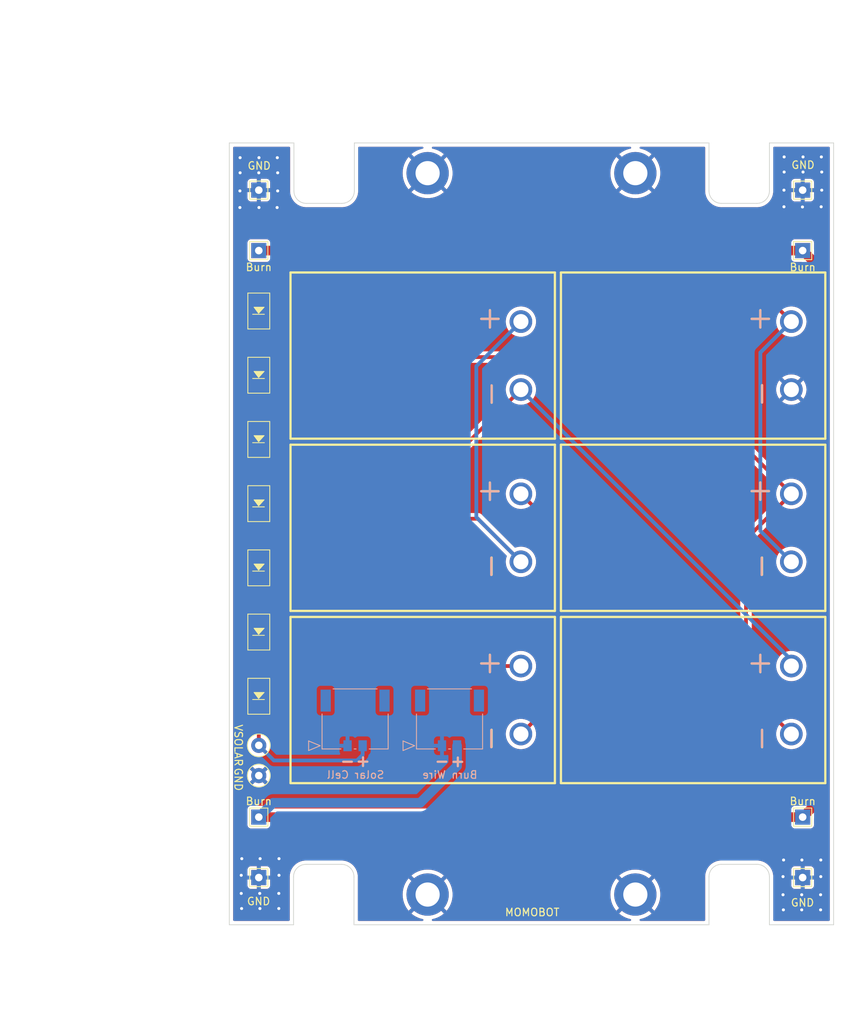
<source format=kicad_pcb>
(kicad_pcb (version 20211014) (generator pcbnew)
  (layers (0 "F.Cu" signal) (31 "B.Cu" signal) (34 "B.Paste" user) (35 "F.Paste" user) (36 "B.SilkS" user "B.Silkscreen") (37 "F.SilkS" user "F.Silkscreen") (38 "B.Mask" user) (39 "F.Mask" user) (44 "Edge.Cuts" user))
  (net 0 "")
  (net 1 "GND")
  (net 2 "BURN")
  (net 3 "Net-(D1-Pad1)")
  (net 4 "Net-(D1-Pad2)")
  (net 5 "Net-(D2-Pad2)")
  (net 6 "Net-(D3-Pad2)")
  (net 7 "Net-(D4-Pad2)")
  (net 8 "Net-(D5-Pad2)")
  (net 9 "VSOLAR")
  (footprint "ISP:SM101K07TF" (layer "F.Cu") (at 97.7 113)
    (fp_text reference "SC1")
    (fp_text value "SM101K07TF")
    (fp_text user "-" (at 8.89 4.58 90) (layer "F.SilkS") (effects (font (size 3 3) (thickness 0.3))))
    (fp_text user "+" (at 8.89 -5.58) (layer "F.SilkS") (effects (font (size 3 3) (thickness 0.3))))
    (fp_line (start -17.5 -11.5) (end 17.5 -11.5) (layer "F.SilkS") (width 0.3))
    (fp_line (start 17.5 -11.5) (end 17.5 10.5) (layer "F.SilkS") (width 0.3))
    (fp_line (start 17.5 10.5) (end -17.5 10.5) (layer "F.SilkS") (width 0.3))
    (fp_line (start -17.5 10.5) (end -17.5 -11.5) (layer "F.SilkS") (width 0.3))
    (pad "1" thru_hole circle (at 13 -5) (size 3 3) (drill 2) (layers *.Mask "F.Cu" "In1.Cu" "B.Cu") (net 3 "Net-(D1-Pad1)"))
    (pad "2" thru_hole circle (at 13 4) (size 3 3) (drill 2) (layers *.Mask "F.Cu" "In1.Cu" "B.Cu") (net 4 "Net-(D1-Pad2)"))
  )
  (footprint "ISP:SM101K07TF" (layer "F.Cu") (at 97.7 67.4)
    (fp_text reference "SC3")
    (fp_text value "SM101K07TF")
    (fp_text user "+" (at 8.89 -5.58) (layer "B.SilkS") (effects (font (size 3 3) (thickness 0.3))))
    (fp_text user "-" (at 8.89 4.58 90) (layer "B.SilkS") (effects (font (size 3 3) (thickness 0.3))))
    (fp_line (start 17.5 -11.5) (end 17.5 10.5) (layer "F.SilkS") (width 0.3))
    (fp_line (start -17.5 10.5) (end -17.5 -11.5) (layer "F.SilkS") (width 0.3))
    (fp_line (start 17.5 10.5) (end -17.5 10.5) (layer "F.SilkS") (width 0.3))
    (fp_line (start -17.5 -11.5) (end 17.5 -11.5) (layer "F.SilkS") (width 0.3))
    (pad "1" thru_hole circle (at 13 -5) (size 3 3) (drill 2) (layers *.Mask "F.Cu" "In1.Cu" "B.Cu") (net 5 "Net-(D2-Pad2)"))
    (pad "2" thru_hole circle (at 13 4) (size 3 3) (drill 2) (layers *.Mask "F.Cu" "In1.Cu" "B.Cu") (net 6 "Net-(D3-Pad2)"))
  )
  (footprint "ISP:DO-214AC" (layer "F.Cu") (at 76 69.5 90)
    (fp_text reference "D5")
    (fp_text value "CDBA240LL-HF")
    (fp_line (start -2.375 1.45) (end 2.375 1.45) (layer "F.SilkS") (width 0.12))
    (fp_line (start 2.375 1.45) (end 2.375 -1.45) (layer "F.SilkS") (width 0.12))
    (fp_line (start -2.375 -1.45) (end 2.375 -1.45) (layer "F.SilkS") (width 0.12))
    (fp_line (start -0.4318 -0.8128) (end -0.4318 0.7366) (layer "F.SilkS") (width 0.12))
    (fp_line (start -2.375 1.45) (end -2.375 -1.45) (layer "F.SilkS") (width 0.12))
    (fp_poly (pts (xy 0.508 0.7112) (xy -0.3048 -0.0254) (xy 0.508 -0.635)) (layer "F.SilkS") (width 0.1) (fill solid))
    (pad "1" smd rect (at -2 0 90) (size 2.5 1.7) (layers "F.Cu" "F.Paste" "F.Mask") (net 7 "Net-(D4-Pad2)"))
    (pad "2" smd rect (at 2 0 90) (size 2.5 1.7) (layers "F.Cu" "F.Paste" "F.Mask") (net 8 "Net-(D5-Pad2)"))
  )
  (footprint "TestPoint:TestPoint_THTPad_2.0x2.0mm_Drill1.0mm" (layer "F.Cu") (at 148 128)
    (fp_text reference "LowerBurn3")
    (fp_text value "Burn" (at 0 -2.1) (layer "F.SilkS"))
    (fp_line (start 1.2 1.2) (end -1.2 1.2) (layer "F.SilkS") (width 0.12))
    (fp_line (start -1.2 1.2) (end -1.2 -1.2) (layer "F.SilkS") (width 0.12))
    (fp_line (start 1.2 -1.2) (end 1.2 1.2) (layer "F.SilkS") (width 0.12))
    (fp_line (start -1.2 -1.2) (end 1.2 -1.2) (layer "F.SilkS") (width 0.12))
    (pad "1" thru_hole rect (at 0 0) (size 2 2) (drill 1) (layers *.Cu *.Mask) (net 2 "BURN"))
  )
  (footprint "TestPoint:TestPoint_Loop_D1.80mm_Drill1.0mm_Beaded" (layer "F.Cu") (at 76 118.5 180)
    (fp_text reference "TP1")
    (fp_text value "VSOLAR" (at 2.7 0 270 unlocked) (layer "F.SilkS"))
    (fp_circle (center 0 0) (end 1.5 0) (layer "F.SilkS") (width 0.12) (fill none))
    (pad "1" thru_hole circle (at 0 0 180) (size 2 2) (drill 1) (layers *.Cu *.Mask) (net 9 "VSOLAR"))
  )
  (footprint "ISP:DO-214AC" (layer "F.Cu") (at 76 112 90)
    (fp_text reference "D9")
    (fp_text value "CDBA240LL-HF")
    (fp_line (start -2.375 -1.45) (end 2.375 -1.45) (layer "F.SilkS") (width 0.12))
    (fp_line (start -2.375 1.45) (end 2.375 1.45) (layer "F.SilkS") (width 0.12))
    (fp_line (start -2.375 1.45) (end -2.375 -1.45) (layer "F.SilkS") (width 0.12))
    (fp_line (start -0.4318 -0.8128) (end -0.4318 0.7366) (layer "F.SilkS") (width 0.12))
    (fp_line (start 2.375 1.45) (end 2.375 -1.45) (layer "F.SilkS") (width 0.12))
    (fp_poly (pts (xy 0.508 0.7112) (xy -0.3048 -0.0254) (xy 0.508 -0.635)) (layer "F.SilkS") (width 0.1) (fill solid))
    (pad "1" smd rect (at -2 0 90) (size 2.5 1.7) (layers "F.Cu" "F.Paste" "F.Mask") (net 9 "VSOLAR"))
    (pad "2" smd rect (at 2 0 90) (size 2.5 1.7) (layers "F.Cu" "F.Paste" "F.Mask") (net 3 "Net-(D1-Pad1)"))
  )
  (footprint "TestPoint:TestPoint_THTPad_2.0x2.0mm_Drill1.0mm" (layer "F.Cu") (at 76 136)
    (fp_text reference "LowerBurn2")
    (fp_text value "GND" (at -0.025 3.15) (layer "F.SilkS"))
    (fp_line (start -1.2 -1.2) (end 1.2 -1.2) (layer "F.SilkS") (width 0.12))
    (fp_line (start 1.2 -1.2) (end 1.2 1.2) (layer "F.SilkS") (width 0.12))
    (fp_line (start 1.2 1.2) (end -1.2 1.2) (layer "F.SilkS") (width 0.12))
    (fp_line (start -1.2 1.2) (end -1.2 -1.2) (layer "F.SilkS") (width 0.12))
    (pad "1" thru_hole rect (at 0 0) (size 2 2) (drill 1) (layers *.Cu *.Mask) (net 1 "GND"))
  )
  (footprint "ISP:DO-214AC" (layer "F.Cu") (at 76 86.5 90)
    (fp_text reference "D3")
    (fp_text value "CDBA240LL-HF")
    (fp_line (start 2.375 1.45) (end 2.375 -1.45) (layer "F.SilkS") (width 0.12))
    (fp_line (start -2.375 1.45) (end -2.375 -1.45) (layer "F.SilkS") (width 0.12))
    (fp_line (start -0.4318 -0.8128) (end -0.4318 0.7366) (layer "F.SilkS") (width 0.12))
    (fp_line (start -2.375 1.45) (end 2.375 1.45) (layer "F.SilkS") (width 0.12))
    (fp_line (start -2.375 -1.45) (end 2.375 -1.45) (layer "F.SilkS") (width 0.12))
    (fp_poly (pts (xy 0.508 0.7112) (xy -0.3048 -0.0254) (xy 0.508 -0.635)) (layer "F.SilkS") (width 0.1) (fill solid))
    (pad "1" smd rect (at -2 0 90) (size 2.5 1.7) (layers "F.Cu" "F.Paste" "F.Mask") (net 5 "Net-(D2-Pad2)"))
    (pad "2" smd rect (at 2 0 90) (size 2.5 1.7) (layers "F.Cu" "F.Paste" "F.Mask") (net 6 "Net-(D3-Pad2)"))
  )
  (footprint "TestPoint:TestPoint_THTPad_2.0x2.0mm_Drill1.0mm" (layer "F.Cu") (at 148 45)
    (fp_text reference "UpperBurn4")
    (fp_text value "GND" (at 0.05 -3.325) (layer "F.SilkS"))
    (fp_line (start 1.2 1.2) (end -1.2 1.2) (layer "F.SilkS") (width 0.12))
    (fp_line (start -1.2 -1.2) (end 1.2 -1.2) (layer "F.SilkS") (width 0.12))
    (fp_line (start -1.2 1.2) (end -1.2 -1.2) (layer "F.SilkS") (width 0.12))
    (fp_line (start 1.2 -1.2) (end 1.2 1.2) (layer "F.SilkS") (width 0.12))
    (pad "1" thru_hole rect (at 0 0) (size 2 2) (drill 1) (layers *.Cu *.Mask) (net 1 "GND"))
  )
  (footprint "TestPoint:TestPoint_THTPad_2.0x2.0mm_Drill1.0mm" (layer "F.Cu") (at 76 53)
    (fp_text reference "UpperBurn1")
    (fp_text value "Burn" (at 0 2.2) (layer "F.SilkS"))
    (fp_line (start 1.2 1.2) (end -1.2 1.2) (layer "F.SilkS") (width 0.12))
    (fp_line (start -1.2 1.2) (end -1.2 -1.2) (layer "F.SilkS") (width 0.12))
    (fp_line (start 1.2 -1.2) (end 1.2 1.2) (layer "F.SilkS") (width 0.12))
    (fp_line (start -1.2 -1.2) (end 1.2 -1.2) (layer "F.SilkS") (width 0.12))
    (pad "1" thru_hole rect (at 0 0) (size 2 2) (drill 1) (layers *.Cu *.Mask) (net 2 "BURN"))
  )
  (footprint "MountingHole:MountingHole_3.2mm_M3_DIN965_Pad" (layer "F.Cu") (at 125.85 42.75)
    (fp_text reference "H2")
    (fp_text value "MountingHole_Pad")
    (pad "1" thru_hole circle (at 0 0) (size 5.6 5.6) (drill 3.2) (layers *.Cu *.Mask) (net 1 "GND"))
  )
  (footprint "ISP:SM101K07TF" (layer "F.Cu") (at 97.7 90.2)
    (fp_text reference "SC2")
    (fp_text value "SM101K07TF")
    (fp_text user "+" (at 8.89 -5.58) (layer "F.SilkS") (effects (font (size 3 3) (thickness 0.3))))
    (fp_text user "-" (at 8.89 4.58 90) (layer "F.SilkS") (effects (font (size 3 3) (thickness 0.3))))
    (fp_line (start -17.5 -11.5) (end 17.5 -11.5) (layer "F.SilkS") (width 0.3))
    (fp_line (start 17.5 -11.5) (end 17.5 10.5) (layer "F.SilkS") (width 0.3))
    (fp_line (start -17.5 10.5) (end -17.5 -11.5) (layer "F.SilkS") (width 0.3))
    (fp_line (start 17.5 10.5) (end -17.5 10.5) (layer "F.SilkS") (width 0.3))
    (pad "1" thru_hole circle (at 13 -5) (size 3 3) (drill 2) (layers *.Mask "F.Cu" "In1.Cu" "B.Cu") (net 4 "Net-(D1-Pad2)"))
    (pad "2" thru_hole circle (at 13 4) (size 3 3) (drill 2) (layers *.Mask "F.Cu" "In1.Cu" "B.Cu") (net 5 "Net-(D2-Pad2)"))
  )
  (footprint "TestPoint:TestPoint_THTPad_2.0x2.0mm_Drill1.0mm" (layer "F.Cu") (at 76 45)
    (fp_text reference "UpperBurn2")
    (fp_text value "GND" (at 0.05 -3.225) (layer "F.SilkS"))
    (fp_line (start -1.2 1.2) (end -1.2 -1.2) (layer "F.SilkS") (width 0.12))
    (fp_line (start -1.2 -1.2) (end 1.2 -1.2) (layer "F.SilkS") (width 0.12))
    (fp_line (start 1.2 1.2) (end -1.2 1.2) (layer "F.SilkS") (width 0.12))
    (fp_line (start 1.2 -1.2) (end 1.2 1.2) (layer "F.SilkS") (width 0.12))
    (pad "1" thru_hole rect (at 0 0) (size 2 2) (drill 1) (layers *.Cu *.Mask) (net 1 "GND"))
  )
  (footprint "ISP:DO-214AC" (layer "F.Cu") (at 76 61 90)
    (fp_text reference "D6")
    (fp_text value "CDBA240LL-HF")
    (fp_line (start -2.375 1.45) (end 2.375 1.45) (layer "F.SilkS") (width 0.12))
    (fp_line (start -2.375 -1.45) (end 2.375 -1.45) (layer "F.SilkS") (width 0.12))
    (fp_line (start -0.4318 -0.8128) (end -0.4318 0.7366) (layer "F.SilkS") (width 0.12))
    (fp_line (start 2.375 1.45) (end 2.375 -1.45) (layer "F.SilkS") (width 0.12))
    (fp_line (start -2.375 1.45) (end -2.375 -1.45) (layer "F.SilkS") (width 0.12))
    (fp_poly (pts (xy 0.508 0.7112) (xy -0.3048 -0.0254) (xy 0.508 -0.635)) (layer "F.SilkS") (width 0.1) (fill solid))
    (pad "1" smd rect (at -2 0 90) (size 2.5 1.7) (layers "F.Cu" "F.Paste" "F.Mask") (net 8 "Net-(D5-Pad2)"))
    (pad "2" smd rect (at 2 0 90) (size 2.5 1.7) (layers "F.Cu" "F.Paste" "F.Mask") (net 1 "GND"))
  )
  (footprint "MountingHole:MountingHole_3.2mm_M3_DIN965_Pad" (layer "F.Cu") (at 98.35 42.75)
    (fp_text reference "H1")
    (fp_text value "MountingHole_Pad")
    (pad "1" thru_hole circle (at 0 0) (size 5.6 5.6) (drill 3.2) (layers *.Cu *.Mask) (net 1 "GND"))
  )
  (footprint "ISP:SM101K07TF" (layer "F.Cu") (at 133.5 90.2)
    (fp_text reference "SC5")
    (fp_text value "SM101K07TF")
    (fp_text user "-" (at 8.89 4.58 90) (layer "F.SilkS") (effects (font (size 3 3) (thickness 0.3))))
    (fp_text user "+" (at 8.89 -5.58) (layer "F.SilkS") (effects (font (size 3 3) (thickness 0.3))))
    (fp_line (start 17.5 10.5) (end -17.5 10.5) (layer "F.SilkS") (width 0.3))
    (fp_line (start 17.5 -11.5) (end 17.5 10.5) (layer "F.SilkS") (width 0.3))
    (fp_line (start -17.5 10.5) (end -17.5 -11.5) (layer "F.SilkS") (width 0.3))
    (fp_line (start -17.5 -11.5) (end 17.5 -11.5) (layer "F.SilkS") (width 0.3))
    (pad "1" thru_hole circle (at 13 -5) (size 3 3) (drill 2) (layers *.Mask "F.Cu" "In1.Cu" "B.Cu") (net 7 "Net-(D4-Pad2)"))
    (pad "2" thru_hole circle (at 13 4) (size 3 3) (drill 2) (layers *.Mask "F.Cu" "In1.Cu" "B.Cu") (net 8 "Net-(D5-Pad2)"))
  )
  (footprint "TestPoint:TestPoint_THTPad_2.0x2.0mm_Drill1.0mm" (layer "F.Cu") (at 76 128)
    (fp_text reference "LowerBurn1")
    (fp_text value "Burn" (at 0 -2.1) (layer "F.SilkS"))
    (fp_line (start 1.2 1.2) (end -1.2 1.2) (layer "F.SilkS") (width 0.12))
    (fp_line (start -1.2 -1.2) (end 1.2 -1.2) (layer "F.SilkS") (width 0.12))
    (fp_line (start 1.2 -1.2) (end 1.2 1.2) (layer "F.SilkS") (width 0.12))
    (fp_line (start -1.2 1.2) (end -1.2 -1.2) (layer "F.SilkS") (width 0.12))
    (pad "1" thru_hole rect (at 0 0) (size 2 2) (drill 1) (layers *.Cu *.Mask) (net 2 "BURN"))
  )
  (footprint "TestPoint:TestPoint_Loop_D1.80mm_Drill1.0mm_Beaded" (layer "F.Cu") (at 76 122.5 180)
    (fp_text reference "TP2")
    (fp_text value "GND" (at 2.7 -0.5 270 unlocked) (layer "F.SilkS"))
    (fp_circle (center 0 0) (end 1.5 0) (layer "F.SilkS") (width 0.12) (fill none))
    (pad "1" thru_hole circle (at 0 0 180) (size 2 2) (drill 1) (layers *.Cu *.Mask) (net 1 "GND"))
  )
  (footprint "ISP:DO-214AC" (layer "F.Cu") (at 76 78 90)
    (fp_text reference "D4")
    (fp_text value "CDBA240LL-HF")
    (fp_line (start 2.375 1.45) (end 2.375 -1.45) (layer "F.SilkS") (width 0.12))
    (fp_line (start -2.375 1.45) (end 2.375 1.45) (layer "F.SilkS") (width 0.12))
    (fp_line (start -0.4318 -0.8128) (end -0.4318 0.7366) (layer "F.SilkS") (width 0.12))
    (fp_line (start -2.375 1.45) (end -2.375 -1.45) (layer "F.SilkS") (width 0.12))
    (fp_line (start -2.375 -1.45) (end 2.375 -1.45) (layer "F.SilkS") (width 0.12))
    (fp_poly (pts (xy 0.508 0.7112) (xy -0.3048 -0.0254) (xy 0.508 -0.635)) (layer "F.SilkS") (width 0.1) (fill solid))
    (pad "1" smd rect (at -2 0 90) (size 2.5 1.7) (layers "F.Cu" "F.Paste" "F.Mask") (net 6 "Net-(D3-Pad2)"))
    (pad "2" smd rect (at 2 0 90) (size 2.5 1.7) (layers "F.Cu" "F.Paste" "F.Mask") (net 7 "Net-(D4-Pad2)"))
  )
  (footprint "MountingHole:MountingHole_3.2mm_M3_DIN965_Pad" (layer "F.Cu") (at 98.35 138.25)
    (fp_text reference "H3")
    (fp_text value "MountingHole_Pad")
    (pad "1" thru_hole circle (at 0 0) (size 5.6 5.6) (drill 3.2) (layers *.Cu *.Mask) (net 1 "GND"))
  )
  (footprint "MountingHole:MountingHole_3.2mm_M3_DIN965_Pad" (layer "F.Cu") (at 125.85 138.25)
    (fp_text reference "H4")
    (fp_text value "MountingHole_Pad")
    (pad "1" thru_hole circle (at 0 0) (size 5.6 5.6) (drill 3.2) (layers *.Cu *.Mask) (net 1 "GND"))
  )
  (footprint "TestPoint:TestPoint_THTPad_2.0x2.0mm_Drill1.0mm" (layer "F.Cu") (at 148 53)
    (fp_text reference "UpperBurn3")
    (fp_text value "Burn" (at 0 2.2) (layer "F.SilkS"))
    (fp_line (start 1.2 1.2) (end -1.2 1.2) (layer "F.SilkS") (width 0.12))
    (fp_line (start 1.2 -1.2) (end 1.2 1.2) (layer "F.SilkS") (width 0.12))
    (fp_line (start -1.2 1.2) (end -1.2 -1.2) (layer "F.SilkS") (width 0.12))
    (fp_line (start -1.2 -1.2) (end 1.2 -1.2) (layer "F.SilkS") (width 0.12))
    (pad "1" thru_hole rect (at 0 0) (size 2 2) (drill 1) (layers *.Cu *.Mask) (net 2 "BURN"))
  )
  (footprint "ISP:SM101K07TF" (layer "F.Cu") (at 133.5 113)
    (fp_text reference "SC4")
    (fp_text value "SM101K07TF")
    (fp_text user "+" (at 8.89 -5.58) (layer "B.SilkS") (effects (font (size 3 3) (thickness 0.3))))
    (fp_text user "-" (at 8.89 4.58 90) (layer "B.SilkS") (effects (font (size 3 3) (thickness 0.3))))
    (fp_line (start 17.5 10.5) (end -17.5 10.5) (layer "F.SilkS") (width 0.3))
    (fp_line (start -17.5 10.5) (end -17.5 -11.5) (layer "F.SilkS") (width 0.3))
    (fp_line (start 17.5 -11.5) (end 17.5 10.5) (layer "F.SilkS") (width 0.3))
    (fp_line (start -17.5 -11.5) (end 17.5 -11.5) (layer "F.SilkS") (width 0.3))
    (pad "1" thru_hole circle (at 13 -5) (size 3 3) (drill 2) (layers *.Mask "F.Cu" "In1.Cu" "B.Cu") (net 6 "Net-(D3-Pad2)"))
    (pad "2" thru_hole circle (at 13 4) (size 3 3) (drill 2) (layers *.Mask "F.Cu" "In1.Cu" "B.Cu") (net 7 "Net-(D4-Pad2)"))
  )
  (footprint "ISP:SM101K07TF" (layer "F.Cu") (at 133.5 67.4)
    (fp_text reference "SC6")
    (fp_text value "SM101K07TF")
    (fp_text user "-" (at 8.89 4.58 90) (layer "B.SilkS") (effects (font (size 3 3) (thickness 0.3))))
    (fp_text user "+" (at 8.89 -5.58) (layer "B.SilkS") (effects (font (size 3 3) (thickness 0.3))))
    (fp_line (start 17.5 10.5) (end -17.5 10.5) (layer "F.SilkS") (width 0.3))
    (fp_line (start 17.5 -11.5) (end 17.5 10.5) (layer "F.SilkS") (width 0.3))
    (fp_line (start -17.5 10.5) (end -17.5 -11.5) (layer "F.SilkS") (width 0.3))
    (fp_line (start -17.5 -11.5) (end 17.5 -11.5) (layer "F.SilkS") (width 0.3))
    (pad "1" thru_hole circle (at 13 -5) (size 3 3) (drill 2) (layers *.Mask "F.Cu" "In1.Cu" "B.Cu") (net 8 "Net-(D5-Pad2)"))
    (pad "2" thru_hole circle (at 13 4) (size 3 3) (drill 2) (layers *.Mask "F.Cu" "In1.Cu" "B.Cu") (net 1 "GND"))
  )
  (footprint "ISP:DO-214AC" (layer "F.Cu") (at 76 103.5 90)
    (fp_text reference "D1")
    (fp_text value "CDBA240LL-HF")
    (fp_line (start 2.375 1.45) (end 2.375 -1.45) (layer "F.SilkS") (width 0.12))
    (fp_line (start -0.4318 -0.8128) (end -0.4318 0.7366) (layer "F.SilkS") (width 0.12))
    (fp_line (start -2.375 1.45) (end -2.375 -1.45) (layer "F.SilkS") (width 0.12))
    (fp_line (start -2.375 -1.45) (end 2.375 -1.45) (layer "F.SilkS") (width 0.12))
    (fp_line (start -2.375 1.45) (end 2.375 1.45) (layer "F.SilkS") (width 0.12))
    (fp_poly (pts (xy 0.508 0.7112) (xy -0.3048 -0.0254) (xy 0.508 -0.635)) (layer "F.SilkS") (width 0.1) (fill solid))
    (pad "1" smd rect (at -2 0 90) (size 2.5 1.7) (layers "F.Cu" "F.Paste" "F.Mask") (net 3 "Net-(D1-Pad1)"))
    (pad "2" smd rect (at 2 0 90) (size 2.5 1.7) (layers "F.Cu" "F.Paste" "F.Mask") (net 4 "Net-(D1-Pad2)"))
  )
  (footprint "TestPoint:TestPoint_THTPad_2.0x2.0mm_Drill1.0mm" (layer "F.Cu") (at 148 136)
    (fp_text reference "LowerBurn4")
    (fp_text value "GND" (at -0.025 3.325) (layer "F.SilkS"))
    (fp_line (start -1.2 -1.2) (end 1.2 -1.2) (layer "F.SilkS") (width 0.12))
    (fp_line (start 1.2 -1.2) (end 1.2 1.2) (layer "F.SilkS") (width 0.12))
    (fp_line (start -1.2 1.2) (end -1.2 -1.2) (layer "F.SilkS") (width 0.12))
    (fp_line (start 1.2 1.2) (end -1.2 1.2) (layer "F.SilkS") (width 0.12))
    (pad "1" thru_hole rect (at 0 0) (size 2 2) (drill 1) (layers *.Cu *.Mask) (net 1 "GND"))
  )
  (footprint "ISP:DO-214AC" (layer "F.Cu") (at 76 95 90)
    (fp_text reference "D2")
    (fp_text value "CDBA240LL-HF")
    (fp_line (start -2.375 -1.45) (end 2.375 -1.45) (layer "F.SilkS") (width 0.12))
    (fp_line (start -2.375 1.45) (end -2.375 -1.45) (layer "F.SilkS") (width 0.12))
    (fp_line (start -2.375 1.45) (end 2.375 1.45) (layer "F.SilkS") (width 0.12))
    (fp_line (start 2.375 1.45) (end 2.375 -1.45) (layer "F.SilkS") (width 0.12))
    (fp_line (start -0.4318 -0.8128) (end -0.4318 0.7366) (layer "F.SilkS") (width 0.12))
    (fp_poly (pts (xy 0.508 0.7112) (xy -0.3048 -0.0254) (xy 0.508 -0.635)) (layer "F.SilkS") (width 0.1) (fill solid))
    (pad "1" smd rect (at -2 0 90) (size 2.5 1.7) (layers "F.Cu" "F.Paste" "F.Mask") (net 4 "Net-(D1-Pad2)"))
    (pad "2" smd rect (at 2 0 90) (size 2.5 1.7) (layers "F.Cu" "F.Paste" "F.Mask") (net 5 "Net-(D2-Pad2)"))
  )
  (footprint "Molex_PicoLock_2p_2mm_2053380002:2053380002" (layer "B.Cu") (at 87.75 118.55 180)
    (fp_text reference "J1")
    (fp_text value "Solar Cell" (at -1.05 -3.85) (layer "B.SilkS") (effects (justify mirror)))
    (fp_line (start 3.628992 0) (end 5.152992 0.635) (layer "B.SilkS") (width 0.12))
    (fp_line (start -5.374991 4.20496) (end -5.374991 -0.425) (layer "B.SilkS") (width 0.12))
    (fp_line (start -5.374991 -0.425) (end -2.870041 -0.425) (layer "B.SilkS") (width 0.12))
    (fp_line (start 3.374992 -0.425) (end 3.374992 4.20496) (layer "B.SilkS") (width 0.12))
    (fp_line (start 5.152992 0.635) (end 5.152992 -0.635) (layer "B.SilkS") (width 0.12))
    (fp_line (start -1.129961 -0.425) (end -0.87004 -0.425) (layer "B.SilkS") (width 0.12))
    (fp_line (start 5.152992 -0.635) (end 3.628992 0) (layer "B.SilkS") (width 0.12))
    (fp_line (start 0.87004 -0.425) (end 3.374992 -0.425) (layer "B.SilkS") (width 0.12))
    (fp_line (start 1.915982 7.525) (end -3.915981 7.525) (layer "B.SilkS") (width 0.12))
    (pad "1" smd rect (at 0 0 180) (size 1.1 1.45) (layers "B.Cu" "B.Paste" "B.Mask") (net 1 "GND"))
    (pad "2" smd rect (at -2.000001 0 180) (size 1.1 1.45) (layers "B.Cu" "B.Paste" "B.Mask") (net 9 "VSOLAR"))
    (pad "3" smd rect (at 2.894998 5.974999 180) (size 1.35 2.899999) (layers "B.Cu" "B.Paste" "B.Mask"))
    (pad "4" smd rect (at -4.894997 5.974999 180) (size 1.35 2.899999) (layers "B.Cu" "B.Paste" "B.Mask"))
  )
  (footprint "Molex_PicoLock_2p_2mm_2053380002:2053380002" (layer "B.Cu") (at 100.25 118.55 180)
    (fp_text reference "J2")
    (fp_text value "Burn Wire" (at -1.043495 -3.85) (layer "B.SilkS") (effects (justify mirror)))
    (fp_line (start 3.374992 -0.425) (end 3.374992 4.20496) (layer "B.SilkS") (width 0.12))
    (fp_line (start -5.374991 -0.425) (end -2.870041 -0.425) (layer "B.SilkS") (width 0.12))
    (fp_line (start -1.129961 -0.425) (end -0.87004 -0.425) (layer "B.SilkS") (width 0.12))
    (fp_line (start 5.152992 0.635) (end 5.152992 -0.635) (layer "B.SilkS") (width 0.12))
    (fp_line (start 3.628992 0) (end 5.152992 0.635) (layer "B.SilkS") (width 0.12))
    (fp_line (start 1.915982 7.525) (end -3.915981 7.525) (layer "B.SilkS") (width 0.12))
    (fp_line (start -5.374991 4.20496) (end -5.374991 -0.425) (layer "B.SilkS") (width 0.12))
    (fp_line (start 0.87004 -0.425) (end 3.374992 -0.425) (layer "B.SilkS") (width 0.12))
    (fp_line (start 5.152992 -0.635) (end 3.628992 0) (layer "B.SilkS") (width 0.12))
    (pad "1" smd rect (at 0 0 180) (size 1.1 1.45) (layers "B.Cu" "B.Paste" "B.Mask") (net 1 "GND"))
    (pad "2" smd rect (at -2.000001 0 180) (size 1.1 1.45) (layers "B.Cu" "B.Paste" "B.Mask") (net 2 "BURN"))
    (pad "3" smd rect (at 2.894998 5.974999 180) (size 1.35 2.899999) (layers "B.Cu" "B.Paste" "B.Mask"))
    (pad "4" smd rect (at -4.894997 5.974999 180) (size 1.35 2.899999) (layers "B.Cu" "B.Paste" "B.Mask"))
  )
  (gr_line (start 143.6 38.75) (end 152.1 38.75) (layer "Edge.Cuts") (width 0.1))
  (gr_line (start 135.6 142.25) (end 88.6 142.25) (layer "Edge.Cuts") (width 0.1))
  (gr_line (start 152.1 38.75) (end 152.1 142.25) (layer "Edge.Cuts") (width 0.1))
  (gr_line (start 135.6 142.25) (end 135.6 135.9) (layer "Edge.Cuts") (width 0.1))
  (gr_arc (start 88.65 45.1) (mid 88.166726 46.266726) (end 87 46.75) (layer "Edge.Cuts") (width 0.1))
  (gr_line (start 80.6 142.25) (end 72.1 142.25) (layer "Edge.Cuts") (width 0.1))
  (gr_line (start 143.6 142.25) (end 152.1 142.25) (layer "Edge.Cuts") (width 0.1))
  (gr_arc (start 143.6 45.1) (mid 143.116726 46.266726) (end 141.95 46.75) (layer "Edge.Cuts") (width 0.1))
  (gr_arc (start 135.6 135.9) (mid 136.083274 134.733274) (end 137.25 134.25) (layer "Edge.Cuts") (width 0.1))
  (gr_line (start 141.95 134.25) (end 137.25 134.25) (layer "Edge.Cuts") (width 0.1))
  (gr_line (start 88.6 135.9) (end 88.6 142.25) (layer "Edge.Cuts") (width 0.1))
  (gr_arc (start 141.95 134.25) (mid 143.116726 134.733274) (end 143.6 135.9) (layer "Edge.Cuts") (width 0.1))
  (gr_line (start 135.6 45.1) (end 135.6 38.75) (layer "Edge.Cuts") (width 0.1))
  (gr_line (start 82.3 46.75) (end 87 46.75) (layer "Edge.Cuts") (width 0.1))
  (gr_arc (start 86.95 134.25) (mid 88.116726 134.733274) (end 88.6 135.9) (layer "Edge.Cuts") (width 0.1))
  (gr_line (start 86.95 134.25) (end 82.25 134.25) (layer "Edge.Cuts") (width 0.1))
  (gr_line (start 143.6 38.75) (end 143.6 45.1) (layer "Edge.Cuts") (width 0.1))
  (gr_arc (start 137.25 46.75) (mid 136.083274 46.266726) (end 135.6 45.1) (layer "Edge.Cuts") (width 0.1))
  (gr_line (start 88.65 38.75) (end 135.6 38.75) (layer "Edge.Cuts") (width 0.1))
  (gr_line (start 80.65 45.1) (end 80.65 38.75) (layer "Edge.Cuts") (width 0.1))
  (gr_arc (start 82.3 46.75) (mid 81.133274 46.266726) (end 80.65 45.1) (layer "Edge.Cuts") (width 0.1))
  (gr_line (start 143.6 135.9) (end 143.6 142.25) (layer "Edge.Cuts") (width 0.1))
  (gr_line (start 80.65 38.75) (end 72.1 38.75) (layer "Edge.Cuts") (width 0.1))
  (gr_line (start 72.1 142.25) (end 72.1 38.75) (layer "Edge.Cuts") (width 0.1))
  (gr_arc (start 80.6 135.9) (mid 81.083274 134.733274) (end 82.25 134.25) (layer "Edge.Cuts") (width 0.1))
  (gr_line (start 88.65 38.75) (end 88.65 45.1) (layer "Edge.Cuts") (width 0.1))
  (gr_line (start 80.6 142.25) (end 80.6 135.9) (layer "Edge.Cuts") (width 0.1))
  (gr_line (start 137.25 46.75) (end 141.95 46.75) (layer "Edge.Cuts") (width 0.1))
  (gr_text "+" (at 142.4 84.6) (layer "B.SilkS") (effects (font (size 3 3) (thickness 0.3)) (justify mirror)))
  (gr_text "-" (at 107 117.6 -90) (layer "B.SilkS") (effects (font (size 3 3) (thickness 0.3)) (justify mirror)))
  (gr_text "-" (at 142.8 94.8 -90) (layer "B.SilkS") (effects (font (size 3 3) (thickness 0.3)) (justify mirror)))
  (gr_text "+" (at 102.35 120.575) (layer "B.SilkS") (effects (font (size 1.5 1.5) (thickness 0.3)) (justify mirror)))
  (gr_text "+" (at 106.6 84.64) (layer "B.SilkS") (effects (font (size 3 3) (thickness 0.3)) (justify mirror)))
  (gr_text "-" (at 87.75 120.775 -180) (layer "B.SilkS") (effects (font (size 1.5 1.5) (thickness 0.3)) (justify mirror)))
  (gr_text "+" (at 89.8 120.55) (layer "B.SilkS") (effects (font (size 1.5 1.5) (thickness 0.3)) (justify mirror)))
  (gr_text "-" (at 100.25 120.775 -180) (layer "B.SilkS") (effects (font (size 1.5 1.5) (thickness 0.3)) (justify mirror)))
  (gr_text "-" (at 107 94.8 -90) (layer "B.SilkS") (effects (font (size 3 3) (thickness 0.3)) (justify mirror)))
  (gr_text "+" (at 106.6 107.44) (layer "B.SilkS") (effects (font (size 3 3) (thickness 0.3)) (justify mirror)))
  (gr_text "MOMOBOT" (at 112.2 140.6) (layer "F.SilkS") (effects (font (size 1 1))))
  (gr_text "+" (at 142.4 61.8) (layer "F.SilkS") (effects (font (size 3 3) (thickness 0.3))))
  (gr_text "+" (at 142.4 107.44) (layer "F.SilkS") (effects (font (size 3 3) (thickness 0.3))))
  (gr_text "-" (at 142.4 71.96 90) (layer "F.SilkS") (effects (font (size 3 3) (thickness 0.3))))
  (gr_text "-" (at 142.4 117.6 90) (layer "F.SilkS") (effects (font (size 3 3) (thickness 0.3))))
  (gr_text "+" (at 106.6 61.8) (layer "F.SilkS") (effects (font (size 3 3) (thickness 0.3))))
  (gr_text "-" (at 106.6 72 90) (layer "F.SilkS") (effects (font (size 3 3) (thickness 0.3))))
  (via (at 78.65 140.1) (size 0.8) (drill 0.4) (layers "F.Cu" "B.Cu") (net 1))
  (via (at 78.425 47.3) (size 0.8) (drill 0.4) (layers "F.Cu" "B.Cu") (net 1))
  (via (at 147.875 140.275) (size 0.8) (drill 0.4) (layers "F.Cu" "B.Cu") (net 1))
  (via (at 145.525 47.2) (size 0.8) (drill 0.4) (layers "F.Cu" "B.Cu") (net 1))
  (via (at 73.725 140.1) (size 0.8) (drill 0.4) (layers "F.Cu" "B.Cu") (net 1))
  (via (at 145.55 42.6) (size 0.8) (drill 0.4) (layers "F.Cu" "B.Cu") (net 1))
  (via (at 147.875 138.275) (size 0.8) (drill 0.4) (layers "F.Cu" "B.Cu") (net 1))
  (via (at 145.475 133.675) (size 0.8) (drill 0.4) (layers "F.Cu" "B.Cu") (net 1))
  (via (at 73.525 42.7) (size 0.8) (drill 0.4) (layers "F.Cu" "B.Cu") (net 1))
  (via (at 150.4 135.875) (size 0.8) (drill 0.4) (layers "F.Cu" "B.Cu") (net 1))
  (via (at 76 42.7) (size 0.8) (drill 0.4) (layers "F.Cu" "B.Cu") (net 1))
  (via (at 73.5 47.3) (size 0.8) (drill 0.4) (layers "F.Cu" "B.Cu") (net 1))
  (via (at 73.675 138.1) (size 0.8) (drill 0.4) (layers "F.Cu" "B.Cu") (net 1))
  (via (at 76.125 138.1) (size 0.8) (drill 0.4) (layers "F.Cu" "B.Cu") (net 1))
  (via (at 78.65 138.1) (size 0.8) (drill 0.4) (layers "F.Cu" "B.Cu") (net 1))
  (via (at 78.45 40.7) (size 0.8) (drill 0.4) (layers "F.Cu" "B.Cu") (net 1))
  (via (at 145.55 40.6) (size 0.8) (drill 0.4) (layers "F.Cu" "B.Cu") (net 1))
  (via (at 73.75 133.5) (size 0.8) (drill 0.4) (layers "F.Cu" "B.Cu") (net 1))
  (via (at 150.375 140.275) (size 0.8) (drill 0.4) (layers "F.Cu" "B.Cu") (net 1))
  (via (at 78.675 133.5) (size 0.8) (drill 0.4) (layers "F.Cu" "B.Cu") (net 1))
  (via (at 78.5 45.1) (size 0.8) (drill 0.4) (layers "F.Cu" "B.Cu") (net 1))
  (via (at 73.525 40.7) (size 0.8) (drill 0.4) (layers "F.Cu" "B.Cu") (net 1))
  (via (at 150.475 40.6) (size 0.8) (drill 0.4) (layers "F.Cu" "B.Cu") (net 1))
  (via (at 150.4 133.675) (size 0.8) (drill 0.4) (layers "F.Cu" "B.Cu") (net 1))
  (via (at 150.375 138.275) (size 0.8) (drill 0.4) (layers "F.Cu" "B.Cu") (net 1))
  (via (at 76.025 40.7) (size 0.8) (drill 0.4) (layers "F.Cu" "B.Cu") (net 1))
  (via (at 147.9 133.675) (size 0.8) (drill 0.4) (layers "F.Cu" "B.Cu") (net 1))
  (via (at 150.525 45) (size 0.8) (drill 0.4) (layers "F.Cu" "B.Cu") (net 1))
  (via (at 78.5 42.7) (size 0.8) (drill 0.4) (layers "F.Cu" "B.Cu") (net 1))
  (via (at 76.025 47.3) (size 0.8) (drill 0.4) (layers "F.Cu" "B.Cu") (net 1))
  (via (at 145.525 45) (size 0.8) (drill 0.4) (layers "F.Cu" "B.Cu") (net 1))
  (via (at 150.525 42.6) (size 0.8) (drill 0.4) (layers "F.Cu" "B.Cu") (net 1))
  (via (at 145.45 140.275) (size 0.8) (drill 0.4) (layers "F.Cu" "B.Cu") (net 1))
  (via (at 145.4 138.275) (size 0.8) (drill 0.4) (layers "F.Cu" "B.Cu") (net 1))
  (via (at 76.15 140.1) (size 0.8) (drill 0.4) (layers "F.Cu" "B.Cu") (net 1))
  (via (at 78.675 135.7) (size 0.8) (drill 0.4) (layers "F.Cu" "B.Cu") (net 1))
  (via (at 73.675 135.7) (size 0.8) (drill 0.4) (layers "F.Cu" "B.Cu") (net 1))
  (via (at 148.05 40.6) (size 0.8) (drill 0.4) (layers "F.Cu" "B.Cu") (net 1))
  (via (at 145.4 135.875) (size 0.8) (drill 0.4) (layers "F.Cu" "B.Cu") (net 1))
  (via (at 73.5 45.1) (size 0.8) (drill 0.4) (layers "F.Cu" "B.Cu") (net 1))
  (via (at 148.05 42.6) (size 0.8) (drill 0.4) (layers "F.Cu" "B.Cu") (net 1))
  (via (at 150.45 47.2) (size 0.8) (drill 0.4) (layers "F.Cu" "B.Cu") (net 1))
  (via (at 76.175 133.5) (size 0.8) (drill 0.4) (layers "F.Cu" "B.Cu") (net 1))
  (via (at 147.975 47.225) (size 0.8) (drill 0.4) (layers "F.Cu" "B.Cu") (net 1))
  (segment (start 149.925 126.075) (end 149.925 54.925) (width 1.27) (layer "F.Cu") (net 2))
  (segment (start 148 128) (end 149.925 126.075) (width 1.27) (layer "F.Cu") (net 2))
  (segment (start 76 128) (end 148 128) (width 1.27) (layer "F.Cu") (net 2))
  (segment (start 149.925 54.925) (end 148 53) (width 1.27) (layer "F.Cu") (net 2))
  (segment (start 148 53) (end 76 53) (width 1.27) (layer "F.Cu") (net 2))
  (segment (start 97.375 126.1) (end 102.250001 121.224999) (width 1.27) (layer "B.Cu") (net 2))
  (segment (start 102.250001 121.224999) (end 102.250001 118.55) (width 1.27) (layer "B.Cu") (net 2))
  (segment (start 76 128) (end 77.9 126.1) (width 1.27) (layer "B.Cu") (net 2))
  (segment (start 77.9 126.1) (end 97.375 126.1) (width 1.27) (layer "B.Cu") (net 2))
  (segment (start 78 108) (end 110.7 108) (width 0.5) (layer "F.Cu") (net 3))
  (segment (start 76 110) (end 76 105.5) (width 0.5) (layer "F.Cu") (net 3))
  (segment (start 76 110) (end 78 108) (width 0.5) (layer "F.Cu") (net 3))
  (segment (start 115.5 98.5) (end 116.7 99.7) (width 0.5) (layer "F.Cu") (net 4))
  (segment (start 116.7 97.9) (end 116.7 97.3) (width 0.5) (layer "F.Cu") (net 4))
  (segment (start 116.7 98.5) (end 116.7 97.9) (width 0.5) (layer "F.Cu") (net 4))
  (segment (start 115.3 98.5) (end 115.6 98.5) (width 0.5) (layer "F.Cu") (net 4))
  (segment (start 116.1 98.5) (end 116.7 99.1) (width 0.5) (layer "F.Cu") (net 4))
  (segment (start 77.5 98.5) (end 113.9 98.5) (width 0.5) (layer "F.Cu") (net 4))
  (segment (start 115.3 98.5) (end 115.5 98.5) (width 0.5) (layer "F.Cu") (net 4))
  (segment (start 113.9 98.5) (end 115.3 98.5) (width 0.5) (layer "F.Cu") (net 4))
  (segment (start 116.7 99.1) (end 116.7 99.2) (width 0.5) (layer "F.Cu") (net 4))
  (segment (start 76 97) (end 77.5 98.5) (width 0.5) (layer "F.Cu") (net 4))
  (segment (start 116.1 98.5) (end 116.7 98.5) (width 0.5) (layer "F.Cu") (net 4))
  (segment (start 116.1 98.5) (end 116.7 97.9) (width 0.5) (layer "F.Cu") (net 4))
  (segment (start 116.7 111) (end 116.7 99.7) (width 0.5) (layer "F.Cu") (net 4))
  (segment (start 76 97) (end 76 101.5) (width 0.5) (layer "F.Cu") (net 4))
  (segment (start 110.7 117) (end 116.7 111) (width 0.5) (layer "F.Cu") (net 4))
  (segment (start 115.6 98.5) (end 116.1 98.5) (width 0.5) (layer "F.Cu") (net 4))
  (segment (start 116.7 99.7) (end 116.7 99.2) (width 0.5) (layer "F.Cu") (net 4))
  (segment (start 116.7 97.3) (end 116.7 91.2) (width 0.5) (layer "F.Cu") (net 4))
  (segment (start 116.7 91.2) (end 110.7 85.2) (width 0.5) (layer "F.Cu") (net 4))
  (segment (start 116.7 99.2) (end 116.7 98.5) (width 0.5) (layer "F.Cu") (net 4))
  (segment (start 115.5 98.5) (end 116.7 97.3) (width 0.5) (layer "F.Cu") (net 4))
  (segment (start 76 88.5) (end 105 88.5) (width 0.5) (layer "F.Cu") (net 5))
  (segment (start 76 93) (end 76 88.5) (width 0.5) (layer "F.Cu") (net 5))
  (segment (start 105 88.5) (end 110.7 94.2) (width 0.5) (layer "F.Cu") (net 5))
  (segment (start 110.7 62.4) (end 104.8 68.3) (width 0.5) (layer "B.Cu") (net 5))
  (segment (start 104.8 68.3) (end 104.8 88.3) (width 0.5) (layer "B.Cu") (net 5))
  (segment (start 104.8 88.3) (end 110.7 94.2) (width 0.5) (layer "B.Cu") (net 5))
  (segment (start 76 84.5) (end 76 80) (width 0.5) (layer "F.Cu") (net 6))
  (segment (start 76 80) (end 102.1 80) (width 0.5) (layer "F.Cu") (net 6))
  (segment (start 102.1 80) (end 110.7 71.4) (width 0.5) (layer "F.Cu") (net 6))
  (segment (start 110.7 71.4) (end 146.5 107.2) (width 0.5) (layer "B.Cu") (net 6))
  (segment (start 146.5 107.2) (end 146.5 108) (width 0.5) (layer "B.Cu") (net 6))
  (segment (start 146.5 85.2) (end 140.5 91.2) (width 0.5) (layer "F.Cu") (net 7))
  (segment (start 128.4 67.1) (end 146.5 85.2) (width 0.5) (layer "F.Cu") (net 7))
  (segment (start 76 76) (end 84.9 67.1) (width 0.5) (layer "F.Cu") (net 7))
  (segment (start 84.9 67.1) (end 128.4 67.1) (width 0.5) (layer "F.Cu") (net 7))
  (segment (start 140.5 91.2) (end 140.5 111) (width 0.5) (layer "F.Cu") (net 7))
  (segment (start 76 76) (end 76 71.5) (width 0.5) (layer "F.Cu") (net 7))
  (segment (start 140.5 111) (end 146.5 117) (width 0.5) (layer "F.Cu") (net 7))
  (segment (start 81.1 57.9) (end 142 57.9) (width 0.5) (layer "F.Cu") (net 8))
  (segment (start 142 57.9) (end 146.5 62.4) (width 0.5) (layer "F.Cu") (net 8))
  (segment (start 76 67.5) (end 76 63) (width 0.5) (layer "F.Cu") (net 8))
  (segment (start 76 63) (end 81.1 57.9) (width 0.5) (layer "F.Cu") (net 8))
  (segment (start 146.5 62.4) (end 142.4 66.5) (width 0.5) (layer "B.Cu") (net 8))
  (segment (start 142.4 66.5) (end 142.4 90.1) (width 0.5) (layer "B.Cu") (net 8))
  (segment (start 142.4 90.1) (end 146.5 94.2) (width 0.5) (layer "B.Cu") (net 8))
  (segment (start 76 118.5) (end 76 114) (width 0.5) (layer "F.Cu") (net 9))
  (segment (start 89 120.5) (end 78 120.5) (width 0.5) (layer "B.Cu") (net 9))
  (segment (start 89.750001 119.749999) (end 89 120.5) (width 0.5) (layer "B.Cu") (net 9))
  (segment (start 78 120.5) (end 76 118.5) (width 0.5) (layer "B.Cu") (net 9))
  (segment (start 89.750001 118.55) (end 89.750001 119.749999) (width 0.5) (layer "B.Cu") (net 9))
  (zone (net 1) (net_name "GND") (layers F&B.Cu) (connect_pads (clearance 0.508)) (min_thickness 0.254) (fill yes (thermal_gap 0.508) (thermal_bridge_width 0.508))
    (polygon (pts (xy 156 144.5) (xy 68.75 144.5) (xy 68.75 36) (xy 156 36)))
  )
)
</source>
